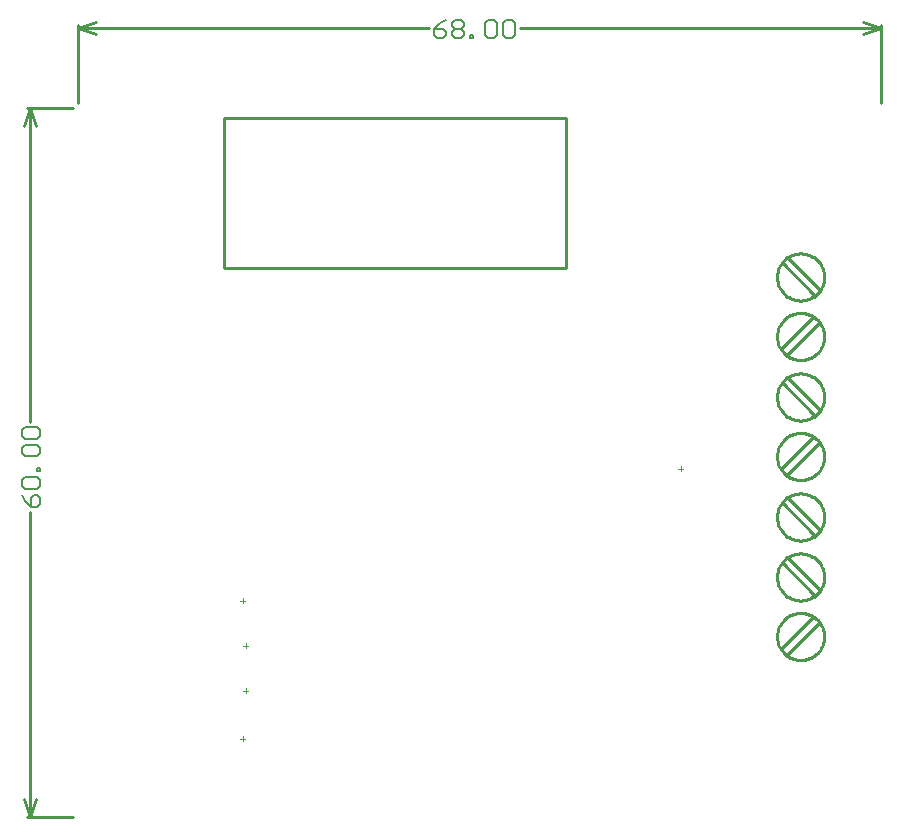
<source format=gm1>
%FSDAX24Y24*%
%MOIN*%
%SFA1B1*%

%IPPOS*%
%ADD14C,0.010000*%
%ADD15C,0.006000*%
%ADD96C,0.003900*%
%LNde-260924-1*%
%LPD*%
G54D14*
X039061Y032882D02*
D01*
X039059Y032936*
X039053Y032991*
X039043Y033045*
X039030Y033098*
X039013Y033151*
X038992Y033202*
X038968Y033251*
X038941Y033299*
X038910Y033344*
X038876Y033387*
X038840Y033428*
X038800Y033466*
X038758Y033502*
X038714Y033534*
X038667Y033563*
X038618Y033589*
X038568Y033611*
X038517Y033630*
X038464Y033645*
X038410Y033657*
X038356Y033664*
X038301Y033668*
X038246*
X038191Y033664*
X038137Y033657*
X038083Y033645*
X038030Y033630*
X037979Y033611*
X037929Y033589*
X037880Y033563*
X037833Y033534*
X037789Y033502*
X037747Y033466*
X037707Y033428*
X037671Y033387*
X037637Y033344*
X037606Y033299*
X037579Y033251*
X037555Y033202*
X037534Y033151*
X037517Y033098*
X037504Y033045*
X037494Y032991*
X037488Y032936*
X037487Y032882*
X037488Y032827*
X037494Y032772*
X037504Y032718*
X037517Y032665*
X037534Y032612*
X037555Y032561*
X037579Y032512*
X037606Y032464*
X037637Y032419*
X037671Y032376*
X037707Y032335*
X037747Y032297*
X037789Y032261*
X037833Y032229*
X037880Y032200*
X037929Y032174*
X037979Y032152*
X038030Y032133*
X038083Y032118*
X038137Y032106*
X038191Y032099*
X038246Y032095*
X038301*
X038356Y032099*
X038410Y032106*
X038464Y032118*
X038517Y032133*
X038568Y032152*
X038618Y032174*
X038667Y032200*
X038714Y032229*
X038758Y032261*
X038800Y032297*
X038840Y032335*
X038876Y032376*
X038910Y032419*
X038941Y032464*
X038968Y032512*
X038992Y032561*
X039013Y032612*
X039030Y032665*
X039043Y032718*
X039053Y032772*
X039059Y032827*
X039061Y032882*
Y028882D02*
D01*
X039059Y028936*
X039053Y028991*
X039043Y029045*
X039030Y029098*
X039013Y029151*
X038992Y029202*
X038968Y029251*
X038941Y029299*
X038910Y029344*
X038876Y029387*
X038840Y029428*
X038800Y029466*
X038758Y029502*
X038714Y029534*
X038667Y029563*
X038618Y029589*
X038568Y029611*
X038517Y029630*
X038464Y029645*
X038410Y029657*
X038356Y029664*
X038301Y029668*
X038246*
X038191Y029664*
X038137Y029657*
X038083Y029645*
X038030Y029630*
X037979Y029611*
X037929Y029589*
X037880Y029563*
X037833Y029534*
X037789Y029502*
X037747Y029466*
X037707Y029428*
X037671Y029387*
X037637Y029344*
X037606Y029299*
X037579Y029251*
X037555Y029202*
X037534Y029151*
X037517Y029098*
X037504Y029045*
X037494Y028991*
X037488Y028936*
X037487Y028882*
X037488Y028827*
X037494Y028772*
X037504Y028718*
X037517Y028665*
X037534Y028612*
X037555Y028561*
X037579Y028512*
X037606Y028464*
X037637Y028419*
X037671Y028376*
X037707Y028335*
X037747Y028297*
X037789Y028261*
X037833Y028229*
X037880Y028200*
X037929Y028174*
X037979Y028152*
X038030Y028133*
X038083Y028118*
X038137Y028106*
X038191Y028099*
X038246Y028095*
X038301*
X038356Y028099*
X038410Y028106*
X038464Y028118*
X038517Y028133*
X038568Y028152*
X038618Y028174*
X038667Y028200*
X038714Y028229*
X038758Y028261*
X038800Y028297*
X038840Y028335*
X038876Y028376*
X038910Y028419*
X038941Y028464*
X038968Y028512*
X038992Y028561*
X039013Y028612*
X039030Y028665*
X039043Y028718*
X039053Y028772*
X039059Y028827*
X039061Y028882*
Y030898D02*
D01*
X039059Y030952*
X039053Y031007*
X039043Y031061*
X039030Y031114*
X039013Y031167*
X038992Y031218*
X038968Y031267*
X038941Y031315*
X038910Y031360*
X038876Y031403*
X038840Y031444*
X038800Y031482*
X038758Y031518*
X038714Y031550*
X038667Y031579*
X038618Y031605*
X038568Y031627*
X038517Y031646*
X038464Y031661*
X038410Y031673*
X038356Y031680*
X038301Y031684*
X038246*
X038191Y031680*
X038137Y031673*
X038083Y031661*
X038030Y031646*
X037979Y031627*
X037929Y031605*
X037880Y031579*
X037833Y031550*
X037789Y031518*
X037747Y031482*
X037707Y031444*
X037671Y031403*
X037637Y031360*
X037606Y031315*
X037579Y031267*
X037555Y031218*
X037534Y031167*
X037517Y031114*
X037504Y031061*
X037494Y031007*
X037488Y030952*
X037487Y030898*
X037488Y030843*
X037494Y030788*
X037504Y030734*
X037517Y030681*
X037534Y030628*
X037555Y030577*
X037579Y030528*
X037606Y030480*
X037637Y030435*
X037671Y030392*
X037707Y030351*
X037747Y030313*
X037789Y030277*
X037833Y030245*
X037880Y030216*
X037929Y030190*
X037979Y030168*
X038030Y030149*
X038083Y030134*
X038137Y030122*
X038191Y030115*
X038246Y030111*
X038301*
X038356Y030115*
X038410Y030122*
X038464Y030134*
X038517Y030149*
X038568Y030168*
X038618Y030190*
X038667Y030216*
X038714Y030245*
X038758Y030277*
X038800Y030313*
X038840Y030351*
X038876Y030392*
X038910Y030435*
X038941Y030480*
X038968Y030528*
X038992Y030577*
X039013Y030628*
X039030Y030681*
X039043Y030734*
X039053Y030788*
X039059Y030843*
X039061Y030898*
Y034898D02*
D01*
X039059Y034952*
X039053Y035007*
X039043Y035061*
X039030Y035114*
X039013Y035167*
X038992Y035218*
X038968Y035267*
X038941Y035315*
X038910Y035360*
X038876Y035403*
X038840Y035444*
X038800Y035482*
X038758Y035518*
X038714Y035550*
X038667Y035579*
X038618Y035605*
X038568Y035627*
X038517Y035646*
X038464Y035661*
X038410Y035673*
X038356Y035680*
X038301Y035684*
X038246*
X038191Y035680*
X038137Y035673*
X038083Y035661*
X038030Y035646*
X037979Y035627*
X037929Y035605*
X037880Y035579*
X037833Y035550*
X037789Y035518*
X037747Y035482*
X037707Y035444*
X037671Y035403*
X037637Y035360*
X037606Y035315*
X037579Y035267*
X037555Y035218*
X037534Y035167*
X037517Y035114*
X037504Y035061*
X037494Y035007*
X037488Y034952*
X037487Y034898*
X037488Y034843*
X037494Y034788*
X037504Y034734*
X037517Y034681*
X037534Y034628*
X037555Y034577*
X037579Y034528*
X037606Y034480*
X037637Y034435*
X037671Y034392*
X037707Y034351*
X037747Y034313*
X037789Y034277*
X037833Y034245*
X037880Y034216*
X037929Y034190*
X037979Y034168*
X038030Y034149*
X038083Y034134*
X038137Y034122*
X038191Y034115*
X038246Y034111*
X038301*
X038356Y034115*
X038410Y034122*
X038464Y034134*
X038517Y034149*
X038568Y034168*
X038618Y034190*
X038667Y034216*
X038714Y034245*
X038758Y034277*
X038800Y034313*
X038840Y034351*
X038876Y034392*
X038910Y034435*
X038941Y034480*
X038968Y034528*
X038992Y034577*
X039013Y034628*
X039030Y034681*
X039043Y034734*
X039053Y034788*
X039059Y034843*
X039061Y034898*
Y036882D02*
D01*
X039059Y036936*
X039053Y036991*
X039043Y037045*
X039030Y037098*
X039013Y037151*
X038992Y037202*
X038968Y037251*
X038941Y037299*
X038910Y037344*
X038876Y037387*
X038840Y037428*
X038800Y037466*
X038758Y037502*
X038714Y037534*
X038667Y037563*
X038618Y037589*
X038568Y037611*
X038517Y037630*
X038464Y037645*
X038410Y037657*
X038356Y037664*
X038301Y037668*
X038246*
X038191Y037664*
X038137Y037657*
X038083Y037645*
X038030Y037630*
X037979Y037611*
X037929Y037589*
X037880Y037563*
X037833Y037534*
X037789Y037502*
X037747Y037466*
X037707Y037428*
X037671Y037387*
X037637Y037344*
X037606Y037299*
X037579Y037251*
X037555Y037202*
X037534Y037151*
X037517Y037098*
X037504Y037045*
X037494Y036991*
X037488Y036936*
X037487Y036882*
X037488Y036827*
X037494Y036772*
X037504Y036718*
X037517Y036665*
X037534Y036612*
X037555Y036561*
X037579Y036512*
X037606Y036464*
X037637Y036419*
X037671Y036376*
X037707Y036335*
X037747Y036297*
X037789Y036261*
X037833Y036229*
X037880Y036200*
X037929Y036174*
X037979Y036152*
X038030Y036133*
X038083Y036118*
X038137Y036106*
X038191Y036099*
X038246Y036095*
X038301*
X038356Y036099*
X038410Y036106*
X038464Y036118*
X038517Y036133*
X038568Y036152*
X038618Y036174*
X038667Y036200*
X038714Y036229*
X038758Y036261*
X038800Y036297*
X038840Y036335*
X038876Y036376*
X038910Y036419*
X038941Y036464*
X038968Y036512*
X038992Y036561*
X039013Y036612*
X039030Y036665*
X039043Y036718*
X039053Y036772*
X039059Y036827*
X039061Y036882*
Y024898D02*
D01*
X039059Y024952*
X039053Y025007*
X039043Y025061*
X039030Y025114*
X039013Y025167*
X038992Y025218*
X038968Y025267*
X038941Y025315*
X038910Y025360*
X038876Y025403*
X038840Y025444*
X038800Y025482*
X038758Y025518*
X038714Y025550*
X038667Y025579*
X038618Y025605*
X038568Y025627*
X038517Y025646*
X038464Y025661*
X038410Y025673*
X038356Y025680*
X038301Y025684*
X038246*
X038191Y025680*
X038137Y025673*
X038083Y025661*
X038030Y025646*
X037979Y025627*
X037929Y025605*
X037880Y025579*
X037833Y025550*
X037789Y025518*
X037747Y025482*
X037707Y025444*
X037671Y025403*
X037637Y025360*
X037606Y025315*
X037579Y025267*
X037555Y025218*
X037534Y025167*
X037517Y025114*
X037504Y025061*
X037494Y025007*
X037488Y024952*
X037487Y024898*
X037488Y024843*
X037494Y024788*
X037504Y024734*
X037517Y024681*
X037534Y024628*
X037555Y024577*
X037579Y024528*
X037606Y024480*
X037637Y024435*
X037671Y024392*
X037707Y024351*
X037747Y024313*
X037789Y024277*
X037833Y024245*
X037880Y024216*
X037929Y024190*
X037979Y024168*
X038030Y024149*
X038083Y024134*
X038137Y024122*
X038191Y024115*
X038246Y024111*
X038301*
X038356Y024115*
X038410Y024122*
X038464Y024134*
X038517Y024149*
X038568Y024168*
X038618Y024190*
X038667Y024216*
X038714Y024245*
X038758Y024277*
X038800Y024313*
X038840Y024351*
X038876Y024392*
X038910Y024435*
X038941Y024480*
X038968Y024528*
X038992Y024577*
X039013Y024628*
X039030Y024681*
X039043Y024734*
X039053Y024788*
X039059Y024843*
X039061Y024898*
Y026882D02*
D01*
X039059Y026936*
X039053Y026991*
X039043Y027045*
X039030Y027098*
X039013Y027151*
X038992Y027202*
X038968Y027251*
X038941Y027299*
X038910Y027344*
X038876Y027387*
X038840Y027428*
X038800Y027466*
X038758Y027502*
X038714Y027534*
X038667Y027563*
X038618Y027589*
X038568Y027611*
X038517Y027630*
X038464Y027645*
X038410Y027657*
X038356Y027664*
X038301Y027668*
X038246*
X038191Y027664*
X038137Y027657*
X038083Y027645*
X038030Y027630*
X037979Y027611*
X037929Y027589*
X037880Y027563*
X037833Y027534*
X037789Y027502*
X037747Y027466*
X037707Y027428*
X037671Y027387*
X037637Y027344*
X037606Y027299*
X037579Y027251*
X037555Y027202*
X037534Y027151*
X037517Y027098*
X037504Y027045*
X037494Y026991*
X037488Y026936*
X037487Y026882*
X037488Y026827*
X037494Y026772*
X037504Y026718*
X037517Y026665*
X037534Y026612*
X037555Y026561*
X037579Y026512*
X037606Y026464*
X037637Y026419*
X037671Y026376*
X037707Y026335*
X037747Y026297*
X037789Y026261*
X037833Y026229*
X037880Y026200*
X037929Y026174*
X037979Y026152*
X038030Y026133*
X038083Y026118*
X038137Y026106*
X038191Y026099*
X038246Y026095*
X038301*
X038356Y026099*
X038410Y026106*
X038464Y026118*
X038517Y026133*
X038568Y026152*
X038618Y026174*
X038667Y026200*
X038714Y026229*
X038758Y026261*
X038800Y026297*
X038840Y026335*
X038876Y026376*
X038910Y026419*
X038941Y026464*
X038968Y026512*
X038992Y026561*
X039013Y026612*
X039030Y026665*
X039043Y026718*
X039053Y026772*
X039059Y026827*
X039061Y026882*
X037848Y033523D02*
X038923Y032448D01*
X037673Y033348D02*
X038723Y032298D01*
X037848Y029523D02*
X038923Y028448D01*
X037673Y029348D02*
X038723Y028298D01*
X037623Y030498D02*
X038673Y031548D01*
X037823Y030298D02*
X038873Y031348D01*
X037673Y037348D02*
X038723Y036298D01*
X037848Y037523D02*
X038923Y036448D01*
X037823Y034298D02*
X038873Y035348D01*
X038923*
X037623Y034498D02*
X038673Y035548D01*
X037673Y027348D02*
X038723Y026298D01*
X037848Y027523D02*
X038923Y026448D01*
X037823Y024298D02*
X038873Y025348D01*
X038923*
X037623Y024498D02*
X038673Y025548D01*
X019048Y042198D02*
X030465D01*
X019048Y037198D02*
Y042198D01*
Y037198D02*
X030465D01*
Y042198*
X012573Y042520D02*
X012773Y041920D01*
X012373D02*
X012573Y042520D01*
X012373Y019498D02*
X012573Y018898D01*
X012773Y019498*
X012573Y032058D02*
Y042520D01*
Y018898D02*
Y029039D01*
X012473Y042520D02*
X014023D01*
X012473Y018898D02*
X014023D01*
X014173Y045198D02*
X014773Y045398D01*
X014173Y045198D02*
X014773Y044998D01*
X040345D02*
X040945Y045198D01*
X040345Y045398D02*
X040945Y045198D01*
X014173D02*
X025889D01*
X028909D02*
X040945D01*
X014173Y042670D02*
Y045298D01*
X040945Y042670D02*
Y045298D01*
G54D15*
X012333Y029599D02*
X012433Y029399D01*
X012633Y029199*
X012833*
X012933Y029299*
Y029499*
X012833Y029599*
X012733*
X012633Y029499*
Y029199*
X012433Y029799D02*
X012333Y029899D01*
Y030099*
X012433Y030199*
X012833*
X012933Y030099*
Y029899*
X012833Y029799*
X012433*
X012933Y030399D02*
X012833D01*
Y030499*
X012933*
Y030399*
X012433Y030899D02*
X012333Y030999D01*
Y031198*
X012433Y031298*
X012833*
X012933Y031198*
Y030999*
X012833Y030899*
X012433*
Y031498D02*
X012333Y031598D01*
Y031798*
X012433Y031898*
X012833*
X012933Y031798*
Y031598*
X012833Y031498*
X012433*
X026449Y045438D02*
X026249Y045338D01*
X026049Y045138*
Y044938*
X026149Y044838*
X026349*
X026449Y044938*
Y045038*
X026349Y045138*
X026049*
X026649Y045338D02*
X026749Y045438D01*
X026949*
X027049Y045338*
Y045238*
X026949Y045138*
X027049Y045038*
Y044938*
X026949Y044838*
X026749*
X026649Y044938*
Y045038*
X026749Y045138*
X026649Y045238*
Y045338*
X026749Y045138D02*
X026949D01*
X027249Y044838D02*
Y044938D01*
X027349*
Y044838*
X027249*
X027749Y045338D02*
X027849Y045438D01*
X028049*
X028149Y045338*
Y044938*
X028049Y044838*
X027849*
X027749Y044938*
Y045338*
X028349D02*
X028449Y045438D01*
X028649*
X028749Y045338*
Y044938*
X028649Y044838*
X028449*
X028349Y044938*
Y045338*
G54D96*
X034194Y030498D02*
X034352D01*
X034273Y030419D02*
Y030576D01*
X019694Y024598D02*
X019852D01*
X019773Y024519D02*
Y024676D01*
X019694Y023098D02*
X019852D01*
X019773Y023019D02*
Y023176D01*
X019594Y021498D02*
X019752D01*
X019673Y021419D02*
Y021576D01*
X019594Y026098D02*
X019752D01*
X019673Y026019D02*
Y026176D01*
M02*
</source>
